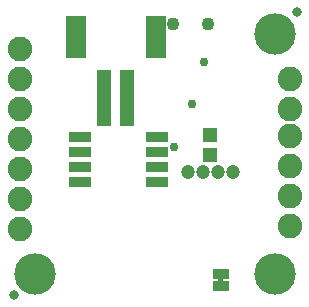
<source format=gbs>
G75*
%MOIN*%
%OFA0B0*%
%FSLAX25Y25*%
%IPPOS*%
%LPD*%
%AMOC8*
5,1,8,0,0,1.08239X$1,22.5*
%
%ADD10C,0.08200*%
%ADD11C,0.13800*%
%ADD12R,0.07500X0.03200*%
%ADD13C,0.04343*%
%ADD14C,0.03000*%
%ADD15C,0.03300*%
%ADD16C,0.04737*%
%ADD17R,0.04737X0.05131*%
%ADD18R,0.05800X0.03300*%
%ADD19C,0.00500*%
%ADD20R,0.04737X0.18910*%
%ADD21R,0.07099X0.14186*%
D10*
X0128333Y0077333D03*
X0128333Y0087333D03*
X0128333Y0097333D03*
X0128333Y0107333D03*
X0128333Y0117333D03*
X0128333Y0127333D03*
X0128333Y0137333D03*
X0218333Y0127333D03*
X0218333Y0117333D03*
X0218333Y0108333D03*
X0218333Y0098333D03*
X0218333Y0088333D03*
X0218333Y0078333D03*
D11*
X0213333Y0062333D03*
X0133333Y0062333D03*
X0213333Y0142333D03*
D12*
X0174133Y0107833D03*
X0174133Y0102833D03*
X0174133Y0097833D03*
X0174133Y0092833D03*
X0148533Y0092833D03*
X0148533Y0097833D03*
X0148533Y0102833D03*
X0148533Y0107833D03*
D13*
X0179428Y0145733D03*
X0191239Y0145733D03*
D14*
X0189633Y0133033D03*
X0185633Y0119033D03*
X0179933Y0104433D03*
D15*
X0126333Y0055333D03*
X0220633Y0149633D03*
D16*
X0199333Y0096333D03*
X0194333Y0096333D03*
X0189333Y0096333D03*
X0184333Y0096333D03*
D17*
X0191833Y0101987D03*
X0191833Y0108680D03*
D18*
X0195333Y0062333D03*
X0195333Y0058333D03*
D19*
X0194833Y0059583D02*
X0195833Y0059583D01*
X0195833Y0061083D01*
X0194833Y0061083D01*
X0194833Y0059583D01*
X0194833Y0059811D02*
X0195833Y0059811D01*
X0195833Y0060310D02*
X0194833Y0060310D01*
X0194833Y0060808D02*
X0195833Y0060808D01*
D20*
X0164270Y0120766D03*
X0156396Y0120766D03*
D21*
X0146948Y0141239D03*
X0173719Y0141239D03*
M02*

</source>
